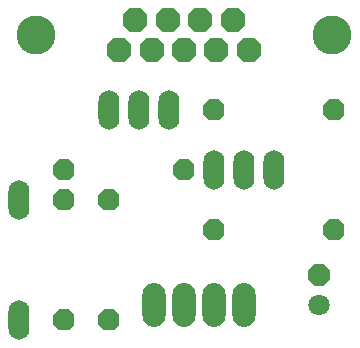
<source format=gbr>
%TF.GenerationSoftware,KiCad,Pcbnew,8.0.4*%
%TF.CreationDate,2024-09-20T14:01:47+02:00*%
%TF.ProjectId,TTL2RS232v1,54544c32-5253-4323-9332-76312e6b6963,rev?*%
%TF.SameCoordinates,Original*%
%TF.FileFunction,Soldermask,Top*%
%TF.FilePolarity,Negative*%
%FSLAX46Y46*%
G04 Gerber Fmt 4.6, Leading zero omitted, Abs format (unit mm)*
G04 Created by KiCad (PCBNEW 8.0.4) date 2024-09-20 14:01:47*
%MOMM*%
%LPD*%
G01*
G04 APERTURE LIST*
G04 Aperture macros list*
%AMFreePoly0*
4,1,25,0.453419,0.869596,0.465542,0.859242,0.859242,0.465542,0.887749,0.409594,0.889000,0.393700,0.889000,-0.393700,0.869596,-0.453419,0.859242,-0.465542,0.465542,-0.859242,0.409594,-0.887749,0.393700,-0.889000,-0.393700,-0.889000,-0.453419,-0.869596,-0.465542,-0.859242,-0.859242,-0.465542,-0.887749,-0.409594,-0.889000,-0.393700,-0.889000,0.393700,-0.869596,0.453419,-0.859242,0.465542,
-0.465542,0.859242,-0.409594,0.887749,-0.393700,0.889000,0.393700,0.889000,0.453419,0.869596,0.453419,0.869596,$1*%
%AMFreePoly1*
4,1,25,0.459769,0.882296,0.471892,0.871942,0.871942,0.471892,0.900449,0.415944,0.901700,0.400050,0.901700,-0.400050,0.882296,-0.459769,0.871942,-0.471892,0.471892,-0.871942,0.415944,-0.900449,0.400050,-0.901700,-0.400050,-0.901700,-0.459769,-0.882296,-0.471892,-0.871942,-0.871942,-0.471892,-0.900449,-0.415944,-0.901700,-0.400050,-0.901700,0.400050,-0.882296,0.459769,-0.871942,0.471892,
-0.471892,0.871942,-0.415944,0.900449,-0.400050,0.901700,0.400050,0.901700,0.459769,0.882296,0.459769,0.882296,$1*%
%AMFreePoly2*
4,1,25,0.504219,0.971196,0.516342,0.960842,0.960842,0.516342,0.989349,0.460394,0.990600,0.444500,0.990600,-0.444500,0.971196,-0.504219,0.960842,-0.516342,0.516342,-0.960842,0.460394,-0.989349,0.444500,-0.990600,-0.444500,-0.990600,-0.504219,-0.971196,-0.516342,-0.960842,-0.960842,-0.516342,-0.989349,-0.460394,-0.990600,-0.444500,-0.990600,0.444500,-0.971196,0.504219,-0.960842,0.516342,
-0.516342,0.960842,-0.460394,0.989349,-0.444500,0.990600,0.444500,0.990600,0.504219,0.971196,0.504219,0.971196,$1*%
G04 Aperture macros list end*
%ADD10FreePoly0,90.000000*%
%ADD11C,1.803400*%
%ADD12FreePoly1,90.000000*%
%ADD13O,1.778000X3.352800*%
%ADD14FreePoly0,180.000000*%
%ADD15O,1.965200X3.727200*%
%ADD16C,3.302000*%
%ADD17FreePoly2,0.000000*%
%ADD18FreePoly0,0.000000*%
G04 APERTURE END LIST*
D10*
%TO.C,R1*%
X142316100Y-121508600D03*
X142316100Y-111348600D03*
%TD*%
D11*
%TO.C,C1*%
X160096100Y-120238600D03*
D12*
X160096100Y-117698600D03*
%TD*%
D13*
%TO.C,Q3*%
X153746100Y-108808600D03*
X151206100Y-108808600D03*
X156286100Y-108808600D03*
%TD*%
D10*
%TO.C,R3*%
X138506100Y-121508600D03*
X138506100Y-111348600D03*
%TD*%
D14*
%TO.C,R4*%
X161366100Y-103728600D03*
X151206100Y-103728600D03*
%TD*%
D13*
%TO.C,Q4*%
X144856100Y-103728600D03*
X142316100Y-103728600D03*
X147396100Y-103728600D03*
%TD*%
D15*
%TO.C,X2*%
X146126100Y-120238600D03*
X148666100Y-120238600D03*
X151206100Y-120238600D03*
X153746100Y-120238600D03*
%TD*%
D16*
%TO.C,X1*%
X161188300Y-97378600D03*
X136143900Y-97378600D03*
D17*
X143179700Y-98648600D03*
X145922900Y-98648600D03*
X148666100Y-98648600D03*
X151409300Y-98648600D03*
X154152500Y-98648600D03*
X144551300Y-96108600D03*
X147294500Y-96108600D03*
X150037700Y-96108600D03*
X152780900Y-96108600D03*
%TD*%
D18*
%TO.C,R5*%
X138506100Y-108808600D03*
X148666100Y-108808600D03*
%TD*%
D13*
%TO.C,D1*%
X134696100Y-121508600D03*
X134696100Y-111348600D03*
%TD*%
D18*
%TO.C,R2*%
X151206100Y-113888600D03*
X161366100Y-113888600D03*
%TD*%
M02*

</source>
